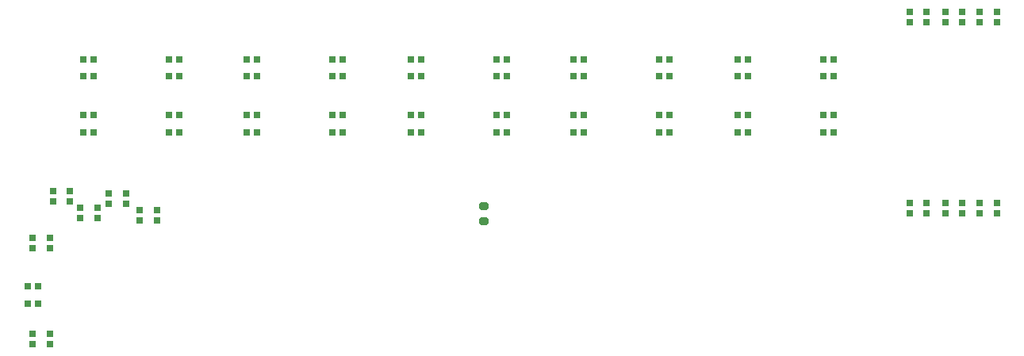
<source format=gbr>
%TF.GenerationSoftware,KiCad,Pcbnew,(6.0.9)*%
%TF.CreationDate,2023-01-27T21:22:42-09:00*%
%TF.ProjectId,RWR CONTROL PANEL,52575220-434f-44e5-9452-4f4c2050414e,-*%
%TF.SameCoordinates,Original*%
%TF.FileFunction,Paste,Top*%
%TF.FilePolarity,Positive*%
%FSLAX46Y46*%
G04 Gerber Fmt 4.6, Leading zero omitted, Abs format (unit mm)*
G04 Created by KiCad (PCBNEW (6.0.9)) date 2023-01-27 21:22:42*
%MOMM*%
%LPD*%
G01*
G04 APERTURE LIST*
G04 Aperture macros list*
%AMRoundRect*
0 Rectangle with rounded corners*
0 $1 Rounding radius*
0 $2 $3 $4 $5 $6 $7 $8 $9 X,Y pos of 4 corners*
0 Add a 4 corners polygon primitive as box body*
4,1,4,$2,$3,$4,$5,$6,$7,$8,$9,$2,$3,0*
0 Add four circle primitives for the rounded corners*
1,1,$1+$1,$2,$3*
1,1,$1+$1,$4,$5*
1,1,$1+$1,$6,$7*
1,1,$1+$1,$8,$9*
0 Add four rect primitives between the rounded corners*
20,1,$1+$1,$2,$3,$4,$5,0*
20,1,$1+$1,$4,$5,$6,$7,0*
20,1,$1+$1,$6,$7,$8,$9,0*
20,1,$1+$1,$8,$9,$2,$3,0*%
G04 Aperture macros list end*
%ADD10RoundRect,0.200000X-0.275000X0.200000X-0.275000X-0.200000X0.275000X-0.200000X0.275000X0.200000X0*%
%ADD11R,0.700000X0.700000*%
G04 APERTURE END LIST*
D10*
%TO.C,R1*%
X75395858Y-21957811D03*
X75395858Y-23607811D03*
%TD*%
D11*
%TO.C,D34*%
X120835858Y-21651334D03*
X120835858Y-22751334D03*
X122665858Y-22751334D03*
X122665858Y-21651334D03*
%TD*%
%TO.C,D33*%
X124645858Y-21651334D03*
X124645858Y-22751334D03*
X126475858Y-22751334D03*
X126475858Y-21651334D03*
%TD*%
%TO.C,D32*%
X128318880Y-21651334D03*
X128318880Y-22751334D03*
X130148880Y-22751334D03*
X130148880Y-21651334D03*
%TD*%
%TO.C,D31*%
X130148880Y-2304334D03*
X130148880Y-1204334D03*
X128318880Y-1204334D03*
X128318880Y-2304334D03*
%TD*%
%TO.C,D30*%
X126475858Y-2304334D03*
X126475858Y-1204334D03*
X124645858Y-1204334D03*
X124645858Y-2304334D03*
%TD*%
%TO.C,D29*%
X122665858Y-2304334D03*
X122665858Y-1204334D03*
X120835858Y-1204334D03*
X120835858Y-2304334D03*
%TD*%
%TO.C,D28*%
X111665880Y-14099334D03*
X112765880Y-14099334D03*
X112765880Y-12269334D03*
X111665880Y-12269334D03*
%TD*%
%TO.C,D27*%
X111665880Y-8130334D03*
X112765880Y-8130334D03*
X112765880Y-6300334D03*
X111665880Y-6300334D03*
%TD*%
%TO.C,D26*%
X103621880Y-6300334D03*
X102521880Y-6300334D03*
X102521880Y-8130334D03*
X103621880Y-8130334D03*
%TD*%
%TO.C,D25*%
X103621880Y-12269334D03*
X102521880Y-12269334D03*
X102521880Y-14099334D03*
X103621880Y-14099334D03*
%TD*%
%TO.C,D24*%
X94139880Y-14099334D03*
X95239880Y-14099334D03*
X95239880Y-12269334D03*
X94139880Y-12269334D03*
%TD*%
%TO.C,D23*%
X94139880Y-8130334D03*
X95239880Y-8130334D03*
X95239880Y-6300334D03*
X94139880Y-6300334D03*
%TD*%
%TO.C,D22*%
X86095880Y-6300334D03*
X84995880Y-6300334D03*
X84995880Y-8130334D03*
X86095880Y-8130334D03*
%TD*%
%TO.C,D21*%
X86095880Y-12269334D03*
X84995880Y-12269334D03*
X84995880Y-14099334D03*
X86095880Y-14099334D03*
%TD*%
%TO.C,D20*%
X76740880Y-14099334D03*
X77840880Y-14099334D03*
X77840880Y-12269334D03*
X76740880Y-12269334D03*
%TD*%
%TO.C,D19*%
X76740880Y-8130334D03*
X77840880Y-8130334D03*
X77840880Y-6300334D03*
X76740880Y-6300334D03*
%TD*%
%TO.C,D18*%
X68696880Y-6300334D03*
X67596880Y-6300334D03*
X67596880Y-8130334D03*
X68696880Y-8130334D03*
%TD*%
%TO.C,D17*%
X68696880Y-12269334D03*
X67596880Y-12269334D03*
X67596880Y-14099334D03*
X68696880Y-14099334D03*
%TD*%
%TO.C,D16*%
X59214880Y-14099334D03*
X60314880Y-14099334D03*
X60314880Y-12269334D03*
X59214880Y-12269334D03*
%TD*%
%TO.C,D15*%
X59214880Y-8130334D03*
X60314880Y-8130334D03*
X60314880Y-6300334D03*
X59214880Y-6300334D03*
%TD*%
%TO.C,D14*%
X51170880Y-6300334D03*
X50070880Y-6300334D03*
X50070880Y-8130334D03*
X51170880Y-8130334D03*
%TD*%
%TO.C,D13*%
X51170880Y-12269334D03*
X50070880Y-12269334D03*
X50070880Y-14099334D03*
X51170880Y-14099334D03*
%TD*%
%TO.C,D12*%
X41815880Y-14099334D03*
X42915880Y-14099334D03*
X42915880Y-12269334D03*
X41815880Y-12269334D03*
%TD*%
%TO.C,D11*%
X41815880Y-8130334D03*
X42915880Y-8130334D03*
X42915880Y-6300334D03*
X41815880Y-6300334D03*
%TD*%
%TO.C,D10*%
X33771880Y-6300334D03*
X32671880Y-6300334D03*
X32671880Y-8130334D03*
X33771880Y-8130334D03*
%TD*%
%TO.C,D9*%
X33771880Y-12269334D03*
X32671880Y-12269334D03*
X32671880Y-14099334D03*
X33771880Y-14099334D03*
%TD*%
%TO.C,D8*%
X40486880Y-23513334D03*
X40486880Y-22413334D03*
X38656880Y-22413334D03*
X38656880Y-23513334D03*
%TD*%
%TO.C,D7*%
X37184880Y-21735334D03*
X37184880Y-20635334D03*
X35354880Y-20635334D03*
X35354880Y-21735334D03*
%TD*%
%TO.C,D6*%
X34136880Y-23259334D03*
X34136880Y-22159334D03*
X32306880Y-22159334D03*
X32306880Y-23259334D03*
%TD*%
%TO.C,D5*%
X31215880Y-21481334D03*
X31215880Y-20381334D03*
X29385880Y-20381334D03*
X29385880Y-21481334D03*
%TD*%
%TO.C,D4*%
X27226880Y-25334334D03*
X27226880Y-26434334D03*
X29056880Y-26434334D03*
X29056880Y-25334334D03*
%TD*%
%TO.C,D3*%
X27802880Y-30557334D03*
X26702880Y-30557334D03*
X26702880Y-32387334D03*
X27802880Y-32387334D03*
%TD*%
%TO.C,D2*%
X27226880Y-35621334D03*
X27226880Y-36721334D03*
X29056880Y-36721334D03*
X29056880Y-35621334D03*
%TD*%
M02*

</source>
